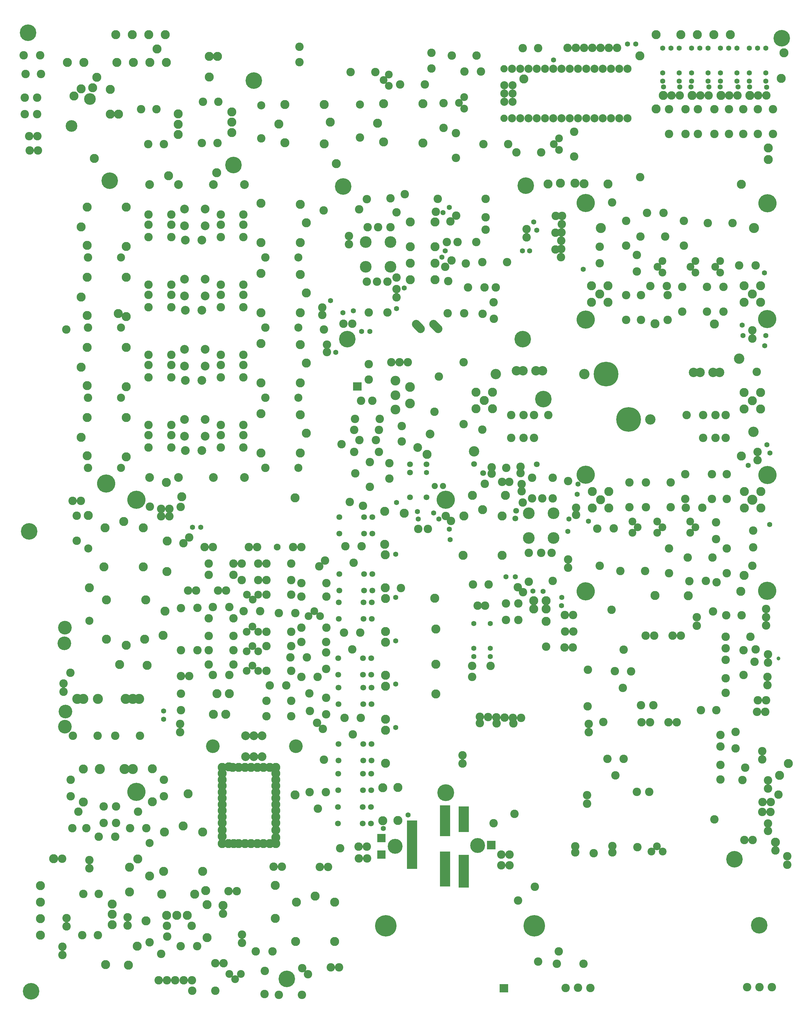
<source format=gbr>
%FSLAX34Y34*%
%MOMM*%
%LNSOLDERMASK_TOP*%
G71*
G01*
%ADD10C,2.600*%
%ADD11C,2.400*%
%ADD12C,2.800*%
%ADD13C,2.600*%
%ADD14C,5.100*%
%ADD15C,1.600*%
%ADD16C,3.100*%
%ADD17C,7.600*%
%ADD18C,3.200*%
%ADD19C,2.900*%
%ADD20C,2.600*%
%ADD21C,2.600*%
%ADD22C,2.400*%
%ADD23C,2.600*%
%ADD24C,3.600*%
%ADD25C,2.800*%
%ADD26C,3.000*%
%ADD27C,1.800*%
%ADD28C,1.600*%
%ADD29C,2.700*%
%ADD30C,2.700*%
%ADD31C,2.500*%
%ADD32C,2.800*%
%ADD33C,4.200*%
%ADD34C,2.700*%
%ADD35C,2.800*%
%ADD36C,2.100*%
%ADD37C,1.600*%
%ADD38C,6.600*%
%ADD39C,4.200*%
%ADD40C,4.600*%
%ADD41C,5.600*%
%ADD42C,1.900*%
%ADD43C,2.500*%
%ADD44C,2.250*%
%ADD45C,5.200*%
%ADD46C,1.200*%
%LPD*%
X850845Y1998771D02*
G54D10*
D03*
X850895Y2075021D02*
G54D10*
D03*
X769851Y1995371D02*
G54D10*
D03*
X769964Y1944390D02*
G54D10*
D03*
X884151Y1969971D02*
G54D10*
D03*
X884263Y1918990D02*
G54D10*
D03*
X850861Y1770171D02*
G54D10*
D03*
X850911Y1846421D02*
G54D10*
D03*
X971582Y2026785D02*
G54D10*
D03*
X895332Y2026835D02*
G54D10*
D03*
X896541Y1846421D02*
G54D10*
D03*
X896491Y1770171D02*
G54D10*
D03*
X1028644Y1998770D02*
G54D10*
D03*
X1028694Y2075020D02*
G54D10*
D03*
X925976Y1874255D02*
G54D10*
D03*
X1023541Y1871821D02*
G54D10*
D03*
X1023491Y1795571D02*
G54D10*
D03*
X1099740Y1871821D02*
G54D10*
D03*
X1099690Y1795571D02*
G54D10*
D03*
X1150540Y1871821D02*
G54D10*
D03*
X1150490Y1795571D02*
G54D10*
D03*
X1250012Y1937866D02*
G54D10*
D03*
X1199032Y1937753D02*
G54D10*
D03*
X1178558Y2068589D02*
G54D10*
D03*
X1102308Y2068639D02*
G54D10*
D03*
X963216Y1951196D02*
G54D11*
D03*
X947316Y1933621D02*
G54D11*
D03*
X963250Y1916005D02*
G54D11*
D03*
X1064816Y1951196D02*
G54D11*
D03*
X1048916Y1933621D02*
G54D11*
D03*
X1064850Y1916005D02*
G54D11*
D03*
X1141016Y1951196D02*
G54D11*
D03*
X1125116Y1933621D02*
G54D11*
D03*
X1141050Y1916005D02*
G54D11*
D03*
X744116Y1875096D02*
G54D12*
D03*
X794916Y1875096D02*
G54D12*
D03*
X769516Y1849696D02*
G54D12*
D03*
X794916Y1824296D02*
G54D12*
D03*
X744116Y1824296D02*
G54D12*
D03*
X1214016Y1875096D02*
G54D12*
D03*
X1264816Y1875096D02*
G54D12*
D03*
X1239416Y1849696D02*
G54D12*
D03*
X1264816Y1824296D02*
G54D12*
D03*
X1214016Y1824296D02*
G54D12*
D03*
X915542Y2099405D02*
G54D10*
D03*
X966522Y2099518D02*
G54D10*
D03*
X850861Y1770171D02*
G54D13*
D03*
X726440Y2129790D02*
G54D14*
D03*
X976776Y1874255D02*
G54D10*
D03*
X979091Y1846421D02*
G54D10*
D03*
X979041Y1770171D02*
G54D10*
D03*
X808091Y2131571D02*
G54D10*
D03*
X719316Y1925796D02*
G54D15*
D03*
X896491Y1770171D02*
G54D13*
D03*
X979041Y1770171D02*
G54D13*
D03*
X1023491Y1795571D02*
G54D13*
D03*
X1099690Y1795571D02*
G54D13*
D03*
X1286272Y2128996D02*
G54D14*
D03*
X726440Y1771014D02*
G54D14*
D03*
X1285636Y1772602D02*
G54D14*
D03*
X776466Y2052796D02*
G54D15*
D03*
X773290Y2052796D02*
G54D16*
D03*
X1245015Y2052796D02*
G54D16*
D03*
X859066Y1463555D02*
G54D17*
D03*
X789216Y1603256D02*
G54D17*
D03*
X722541Y1603255D02*
G54D18*
D03*
X925741Y1463555D02*
G54D18*
D03*
X513666Y1613355D02*
G54D19*
D03*
X593666Y1613355D02*
G54D20*
D03*
X1058666Y1608355D02*
G54D20*
D03*
X1138666Y1608355D02*
G54D20*
D03*
X593666Y1613355D02*
G54D19*
D03*
X1058666Y1608355D02*
G54D19*
D03*
X1138666Y1608355D02*
G54D12*
D03*
X533666Y1613355D02*
G54D19*
D03*
X573666Y1613355D02*
G54D19*
D03*
X1078666Y1608356D02*
G54D19*
D03*
X1118666Y1608355D02*
G54D19*
D03*
X389241Y1497025D02*
G54D12*
D03*
X389241Y1547825D02*
G54D12*
D03*
X414641Y1522425D02*
G54D12*
D03*
X440041Y1547826D02*
G54D12*
D03*
X440041Y1497025D02*
G54D12*
D03*
X389241Y1495755D02*
G54D21*
D03*
X440041Y1495755D02*
G54D13*
D03*
X1214741Y1495755D02*
G54D12*
D03*
X1214741Y1546555D02*
G54D12*
D03*
X1240141Y1521155D02*
G54D12*
D03*
X1265541Y1546555D02*
G54D12*
D03*
X1265541Y1495755D02*
G54D12*
D03*
X1214741Y1495755D02*
G54D21*
D03*
X1265541Y1495755D02*
G54D13*
D03*
X1088198Y1407118D02*
G54D10*
D03*
X1088198Y1476968D02*
G54D10*
D03*
X1158048Y1407118D02*
G54D10*
D03*
X1158048Y1476968D02*
G54D10*
D03*
X1126298Y1476968D02*
G54D10*
D03*
X1126298Y1407118D02*
G54D10*
D03*
X1158049Y1407118D02*
G54D13*
D03*
X1158049Y1476968D02*
G54D13*
D03*
X497648Y1407118D02*
G54D10*
D03*
X497648Y1476968D02*
G54D10*
D03*
X567498Y1407118D02*
G54D10*
D03*
X567498Y1476968D02*
G54D10*
D03*
X535748Y1476968D02*
G54D10*
D03*
X535748Y1407118D02*
G54D10*
D03*
X567499Y1407118D02*
G54D13*
D03*
X567499Y1476968D02*
G54D13*
D03*
X1138666Y1608355D02*
G54D19*
D03*
X611949Y1476968D02*
G54D21*
D03*
X1037399Y1476968D02*
G54D21*
D03*
X1252941Y1610080D02*
G54D21*
D03*
X408391Y1432280D02*
G54D21*
D03*
X389241Y1546555D02*
G54D13*
D03*
X440041Y1546556D02*
G54D13*
D03*
X1214741Y1546555D02*
G54D13*
D03*
X1265541Y1546555D02*
G54D13*
D03*
X1265541Y1495755D02*
G54D13*
D03*
X726440Y1293177D02*
G54D14*
D03*
X1286272Y1292384D02*
G54D14*
D03*
X726440Y934402D02*
G54D14*
D03*
X1285636Y935990D02*
G54D14*
D03*
X1240015Y1216184D02*
G54D16*
D03*
X49416Y1933256D02*
G54D22*
D03*
X125616Y1933256D02*
G54D22*
D03*
X125616Y2009456D02*
G54D22*
D03*
X49416Y2009456D02*
G54D22*
D03*
X125528Y2144479D02*
G54D10*
D03*
X125528Y2055579D02*
G54D10*
D03*
X87428Y2055579D02*
G54D10*
D03*
X55678Y2055579D02*
G54D10*
D03*
X115884Y1792689D02*
G54D10*
D03*
X52385Y1887939D02*
G54D10*
D03*
X84134Y1887939D02*
G54D10*
D03*
X115884Y1887939D02*
G54D10*
D03*
X144367Y1900228D02*
G54D10*
D03*
X52384Y2141939D02*
G54D10*
D03*
X169978Y2157179D02*
G54D10*
D03*
X332406Y2009490D02*
G54D10*
D03*
X389556Y2009490D02*
G54D10*
D03*
X418256Y2085690D02*
G54D10*
D03*
X418256Y2142840D02*
G54D10*
D03*
X357206Y1943866D02*
G54D10*
D03*
X303254Y1889984D02*
G54D10*
D03*
X357206Y1943866D02*
G54D13*
D03*
X484982Y1947918D02*
G54D10*
D03*
X408732Y1947968D02*
G54D10*
D03*
X484982Y1947918D02*
G54D13*
D03*
X364156Y1869790D02*
G54D10*
D03*
X414956Y1869790D02*
G54D10*
D03*
X414956Y1869790D02*
G54D10*
D03*
X443563Y1773684D02*
G54D10*
D03*
X443451Y1824664D02*
G54D10*
D03*
X443563Y1773684D02*
G54D10*
D03*
X418256Y2047590D02*
G54D10*
D03*
X450006Y1869790D02*
G54D10*
D03*
X299386Y2009490D02*
G54D10*
D03*
X310306Y2072990D02*
G54D10*
D03*
X186610Y2071494D02*
G54D12*
D03*
X262810Y2071494D02*
G54D12*
D03*
X186610Y1995294D02*
G54D12*
D03*
X186610Y1944494D02*
G54D12*
D03*
X186610Y1893694D02*
G54D12*
D03*
X262810Y1995294D02*
G54D12*
D03*
X262810Y1944494D02*
G54D12*
D03*
X262810Y1893694D02*
G54D12*
D03*
X262810Y2071494D02*
G54D10*
D03*
X409061Y1788691D02*
G54D10*
D03*
X352841Y1790936D02*
G54D10*
D03*
X352841Y1790936D02*
G54D10*
D03*
X302041Y1790936D02*
G54D10*
D03*
G54D23*
X272225Y1743214D02*
X258083Y1757356D01*
G54D23*
X218250Y1743214D02*
X204108Y1757356D01*
X-1984Y2028190D02*
G54D21*
D03*
X-1984Y2002790D02*
G54D21*
D03*
X271066Y2142490D02*
G54D21*
D03*
X49416Y2009456D02*
G54D24*
D03*
X49416Y1933256D02*
G54D24*
D03*
X125616Y1933256D02*
G54D24*
D03*
X125616Y2009456D02*
G54D24*
D03*
X627894Y1175054D02*
G54D22*
D03*
X551694Y1175054D02*
G54D22*
D03*
X551694Y1098854D02*
G54D22*
D03*
X627894Y1098854D02*
G54D22*
D03*
X551782Y963831D02*
G54D10*
D03*
X551782Y1052731D02*
G54D10*
D03*
X589882Y1052731D02*
G54D10*
D03*
X621632Y1052731D02*
G54D10*
D03*
X624926Y1283871D02*
G54D10*
D03*
X561426Y1283871D02*
G54D10*
D03*
X624925Y1220371D02*
G54D10*
D03*
X593176Y1220371D02*
G54D10*
D03*
X561426Y1220371D02*
G54D10*
D03*
X532943Y1208082D02*
G54D10*
D03*
X624926Y966371D02*
G54D10*
D03*
X672944Y1007095D02*
G54D21*
D03*
X672944Y1032495D02*
G54D21*
D03*
X672944Y1273795D02*
G54D21*
D03*
X627894Y1098854D02*
G54D24*
D03*
X627894Y1175054D02*
G54D24*
D03*
X551694Y1175054D02*
G54D24*
D03*
X551694Y1098854D02*
G54D24*
D03*
X348686Y1045473D02*
G54D12*
D03*
X351860Y1166123D02*
G54D12*
D03*
X469336Y1045473D02*
G54D12*
D03*
X469336Y1166123D02*
G54D12*
D03*
X409011Y1185586D02*
G54D12*
D03*
X351860Y1166123D02*
G54D25*
D03*
X377707Y1229704D02*
G54D12*
D03*
X479307Y1229704D02*
G54D12*
D03*
X566607Y905564D02*
G54D12*
D03*
X566607Y880164D02*
G54D12*
D03*
X604707Y880164D02*
G54D12*
D03*
X604707Y842064D02*
G54D12*
D03*
X519202Y897558D02*
G54D10*
D03*
X519315Y846578D02*
G54D10*
D03*
X519202Y897558D02*
G54D10*
D03*
X519314Y846577D02*
G54D10*
D03*
X481102Y897558D02*
G54D10*
D03*
X481214Y846578D02*
G54D10*
D03*
X481102Y897558D02*
G54D10*
D03*
X481214Y846577D02*
G54D10*
D03*
X604707Y905564D02*
G54D12*
D03*
X415674Y1265514D02*
G54D10*
D03*
X377707Y1229704D02*
G54D12*
D03*
X185665Y1564003D02*
G54D26*
D03*
X185665Y1513203D02*
G54D26*
D03*
X141215Y1538604D02*
G54D26*
D03*
X141215Y1494153D02*
G54D26*
D03*
X141215Y1583053D02*
G54D26*
D03*
X153915Y1640203D02*
G54D10*
D03*
X128515Y1640203D02*
G54D10*
D03*
X179315Y1640203D02*
G54D10*
D03*
X92830Y1465578D02*
G54D10*
D03*
X16580Y1465628D02*
G54D10*
D03*
X13888Y1431318D02*
G54D10*
D03*
X90138Y1431268D02*
G54D10*
D03*
X29822Y1399842D02*
G54D10*
D03*
X80802Y1399954D02*
G54D10*
D03*
X58665Y1633941D02*
G54D10*
D03*
X58665Y1586141D02*
G54D10*
D03*
X62275Y1332316D02*
G54D10*
D03*
X62225Y1256066D02*
G54D10*
D03*
X122165Y1281254D02*
G54D10*
D03*
X122165Y1329053D02*
G54D10*
D03*
X34721Y1521097D02*
G54D10*
D03*
X69821Y1521098D02*
G54D10*
D03*
X160265Y1395553D02*
G54D10*
D03*
X160265Y1443354D02*
G54D10*
D03*
X13943Y1363671D02*
G54D10*
D03*
X90193Y1363621D02*
G54D10*
D03*
X261140Y1487248D02*
G54D10*
D03*
X13888Y1431318D02*
G54D10*
D03*
X13943Y1363671D02*
G54D10*
D03*
X122165Y1281254D02*
G54D10*
D03*
X62225Y1256066D02*
G54D10*
D03*
G36*
X36615Y1578273D02*
X36615Y1552273D01*
X10615Y1552273D01*
X10615Y1578273D01*
X36615Y1578273D01*
G37*
X236465Y1325792D02*
G54D27*
D03*
X236465Y1300392D02*
G54D28*
D03*
X185665Y1325791D02*
G54D28*
D03*
X185665Y1300391D02*
G54D27*
D03*
X236465Y1224191D02*
G54D28*
D03*
X185665Y1224191D02*
G54D28*
D03*
X238497Y1356557D02*
G54D12*
D03*
X240661Y1126583D02*
G54D21*
D03*
X185665Y1325791D02*
G54D27*
D03*
X236465Y1224191D02*
G54D27*
D03*
X185665Y1224191D02*
G54D27*
D03*
X1286216Y645733D02*
G54D10*
D03*
X1286216Y671233D02*
G54D10*
D03*
X-549326Y1377104D02*
G54D10*
D03*
X-619176Y1377104D02*
G54D10*
D03*
X-549326Y1446954D02*
G54D10*
D03*
X-619176Y1446954D02*
G54D10*
D03*
X-619176Y1415204D02*
G54D10*
D03*
X-549326Y1415204D02*
G54D10*
D03*
X-505918Y1368333D02*
G54D29*
D03*
X-454936Y1368445D02*
G54D29*
D03*
X-327076Y1377104D02*
G54D10*
D03*
X-396926Y1377104D02*
G54D10*
D03*
X-327076Y1446954D02*
G54D10*
D03*
X-396926Y1446954D02*
G54D10*
D03*
X-396926Y1415204D02*
G54D10*
D03*
X-327076Y1415204D02*
G54D10*
D03*
X-444853Y1412431D02*
G54D10*
D03*
X-444966Y1463411D02*
G54D10*
D03*
X-508353Y1412431D02*
G54D10*
D03*
X-508466Y1463411D02*
G54D10*
D03*
X-327076Y1446954D02*
G54D13*
D03*
X-396926Y1446954D02*
G54D13*
D03*
X-444966Y1463412D02*
G54D30*
D03*
X-508466Y1463412D02*
G54D13*
D03*
X-549326Y1446954D02*
G54D13*
D03*
X-619176Y1446954D02*
G54D13*
D03*
X-508353Y1412431D02*
G54D29*
D03*
X-508466Y1463411D02*
G54D29*
D03*
X-444966Y1463411D02*
G54D29*
D03*
X-444853Y1412431D02*
G54D29*
D03*
X-272863Y1481396D02*
G54D12*
D03*
X-152213Y1478222D02*
G54D12*
D03*
X-272863Y1360746D02*
G54D12*
D03*
X-152213Y1360746D02*
G54D12*
D03*
X-133400Y1421071D02*
G54D12*
D03*
X-259356Y1314466D02*
G54D31*
D03*
X-157756Y1314467D02*
G54D31*
D03*
X-152213Y1478222D02*
G54D12*
D03*
X-687858Y1348658D02*
G54D12*
D03*
X-808508Y1351832D02*
G54D12*
D03*
X-687858Y1469308D02*
G54D12*
D03*
X-808508Y1469308D02*
G54D12*
D03*
X-827320Y1408983D02*
G54D12*
D03*
X-808507Y1351832D02*
G54D12*
D03*
X-808508Y1469308D02*
G54D12*
D03*
X-805456Y1314466D02*
G54D31*
D03*
X-703856Y1314467D02*
G54D31*
D03*
X-259356Y1314466D02*
G54D10*
D03*
X-805456Y1314466D02*
G54D10*
D03*
X-549326Y1593004D02*
G54D10*
D03*
X-619176Y1593004D02*
G54D10*
D03*
X-549326Y1662854D02*
G54D10*
D03*
X-619176Y1662854D02*
G54D10*
D03*
X-619176Y1631104D02*
G54D10*
D03*
X-549326Y1631104D02*
G54D10*
D03*
X-505918Y1584233D02*
G54D29*
D03*
X-454936Y1584345D02*
G54D29*
D03*
X-327076Y1593004D02*
G54D10*
D03*
X-396926Y1593004D02*
G54D10*
D03*
X-327076Y1662854D02*
G54D10*
D03*
X-396926Y1662854D02*
G54D10*
D03*
X-396926Y1631104D02*
G54D10*
D03*
X-327076Y1631104D02*
G54D10*
D03*
X-444853Y1628331D02*
G54D10*
D03*
X-444966Y1679312D02*
G54D10*
D03*
X-508353Y1628331D02*
G54D10*
D03*
X-508466Y1679311D02*
G54D10*
D03*
X-327076Y1662854D02*
G54D13*
D03*
X-396926Y1662854D02*
G54D13*
D03*
X-444966Y1679312D02*
G54D30*
D03*
X-508466Y1679312D02*
G54D13*
D03*
X-549326Y1662854D02*
G54D13*
D03*
X-619176Y1662854D02*
G54D13*
D03*
X-508353Y1628331D02*
G54D29*
D03*
X-508466Y1679311D02*
G54D29*
D03*
X-444966Y1679312D02*
G54D29*
D03*
X-444853Y1628331D02*
G54D29*
D03*
X-272863Y1697296D02*
G54D12*
D03*
X-152213Y1694122D02*
G54D12*
D03*
X-272863Y1576646D02*
G54D12*
D03*
X-152213Y1576646D02*
G54D12*
D03*
X-133400Y1636971D02*
G54D12*
D03*
X-259356Y1530366D02*
G54D31*
D03*
X-157756Y1530367D02*
G54D31*
D03*
X-152213Y1694122D02*
G54D12*
D03*
X-687858Y1564558D02*
G54D12*
D03*
X-808508Y1567732D02*
G54D12*
D03*
X-687858Y1685208D02*
G54D12*
D03*
X-808508Y1685208D02*
G54D12*
D03*
X-827320Y1624883D02*
G54D12*
D03*
X-808507Y1567731D02*
G54D12*
D03*
X-808508Y1685208D02*
G54D12*
D03*
X-805456Y1530366D02*
G54D31*
D03*
X-703856Y1530367D02*
G54D31*
D03*
X-259356Y1530366D02*
G54D10*
D03*
X-805456Y1530366D02*
G54D10*
D03*
X-549326Y1808904D02*
G54D10*
D03*
X-619176Y1808904D02*
G54D10*
D03*
X-549326Y1878754D02*
G54D10*
D03*
X-619176Y1878754D02*
G54D10*
D03*
X-619176Y1847004D02*
G54D10*
D03*
X-549326Y1847004D02*
G54D10*
D03*
X-505918Y1800133D02*
G54D29*
D03*
X-454936Y1800245D02*
G54D29*
D03*
X-327076Y1808904D02*
G54D10*
D03*
X-396926Y1808904D02*
G54D10*
D03*
X-327076Y1878754D02*
G54D10*
D03*
X-396926Y1878754D02*
G54D10*
D03*
X-396926Y1847004D02*
G54D10*
D03*
X-327076Y1847004D02*
G54D10*
D03*
X-444853Y1844231D02*
G54D10*
D03*
X-444966Y1895212D02*
G54D10*
D03*
X-508353Y1844231D02*
G54D10*
D03*
X-508466Y1895212D02*
G54D10*
D03*
X-327076Y1878754D02*
G54D13*
D03*
X-396926Y1878754D02*
G54D13*
D03*
X-444966Y1895212D02*
G54D30*
D03*
X-508466Y1895212D02*
G54D13*
D03*
X-549326Y1878754D02*
G54D13*
D03*
X-619176Y1878754D02*
G54D13*
D03*
X-508353Y1844231D02*
G54D29*
D03*
X-508466Y1895212D02*
G54D29*
D03*
X-444966Y1895212D02*
G54D29*
D03*
X-444853Y1844231D02*
G54D29*
D03*
X-272863Y1913196D02*
G54D12*
D03*
X-152213Y1910022D02*
G54D12*
D03*
X-272863Y1792546D02*
G54D12*
D03*
X-152213Y1792546D02*
G54D12*
D03*
X-133400Y1852871D02*
G54D12*
D03*
X-259356Y1746266D02*
G54D31*
D03*
X-157756Y1746266D02*
G54D31*
D03*
X-152213Y1910022D02*
G54D12*
D03*
X-687858Y1780458D02*
G54D12*
D03*
X-808508Y1783632D02*
G54D12*
D03*
X-687858Y1901108D02*
G54D12*
D03*
X-808508Y1901108D02*
G54D12*
D03*
X-827320Y1840783D02*
G54D12*
D03*
X-808507Y1783632D02*
G54D12*
D03*
X-808508Y1901108D02*
G54D12*
D03*
X-805456Y1746266D02*
G54D31*
D03*
X-703856Y1746266D02*
G54D31*
D03*
X-259356Y1746266D02*
G54D10*
D03*
X-805456Y1746266D02*
G54D10*
D03*
X-549326Y2024804D02*
G54D10*
D03*
X-619176Y2024804D02*
G54D10*
D03*
X-549326Y2094654D02*
G54D10*
D03*
X-619176Y2094654D02*
G54D10*
D03*
X-619176Y2062904D02*
G54D10*
D03*
X-549326Y2062904D02*
G54D10*
D03*
X-505918Y2016033D02*
G54D29*
D03*
X-454936Y2016145D02*
G54D29*
D03*
X-327076Y2024804D02*
G54D10*
D03*
X-396926Y2024804D02*
G54D10*
D03*
X-327076Y2094654D02*
G54D10*
D03*
X-396926Y2094654D02*
G54D10*
D03*
X-396926Y2062904D02*
G54D10*
D03*
X-327076Y2062904D02*
G54D10*
D03*
X-444853Y2060131D02*
G54D10*
D03*
X-444966Y2111112D02*
G54D10*
D03*
X-508353Y2060131D02*
G54D10*
D03*
X-508466Y2111111D02*
G54D10*
D03*
X-327076Y2094654D02*
G54D13*
D03*
X-396926Y2094654D02*
G54D13*
D03*
X-444966Y2111112D02*
G54D30*
D03*
X-508466Y2111112D02*
G54D13*
D03*
X-549326Y2094654D02*
G54D13*
D03*
X-619176Y2094654D02*
G54D13*
D03*
X-508353Y2060131D02*
G54D29*
D03*
X-508466Y2111111D02*
G54D29*
D03*
X-444966Y2111111D02*
G54D29*
D03*
X-444853Y2060131D02*
G54D29*
D03*
X-272863Y2129096D02*
G54D12*
D03*
X-152213Y2125922D02*
G54D12*
D03*
X-272863Y2008446D02*
G54D12*
D03*
X-152213Y2008446D02*
G54D12*
D03*
X-133400Y2068771D02*
G54D12*
D03*
X-259356Y1962166D02*
G54D31*
D03*
X-157756Y1962166D02*
G54D31*
D03*
X-152213Y2125922D02*
G54D12*
D03*
X-687858Y1996358D02*
G54D12*
D03*
X-808508Y1999532D02*
G54D12*
D03*
X-687858Y2117008D02*
G54D12*
D03*
X-808508Y2117008D02*
G54D12*
D03*
X-827320Y2056683D02*
G54D12*
D03*
X-808507Y1999532D02*
G54D12*
D03*
X-808508Y2117008D02*
G54D12*
D03*
X-805456Y1962166D02*
G54D31*
D03*
X-703856Y1962166D02*
G54D31*
D03*
X-259356Y1962166D02*
G54D10*
D03*
X-805456Y1962166D02*
G54D10*
D03*
X-324202Y1285431D02*
G54D29*
D03*
X-324202Y1285431D02*
G54D29*
D03*
X-419452Y1285431D02*
G54D29*
D03*
X-419452Y1285431D02*
G54D29*
D03*
X-527402Y1285431D02*
G54D29*
D03*
X-527402Y1285431D02*
G54D29*
D03*
X-616302Y1285431D02*
G54D29*
D03*
X-616302Y1285431D02*
G54D29*
D03*
X-324202Y2187131D02*
G54D29*
D03*
X-324202Y2187131D02*
G54D29*
D03*
X-419452Y2187131D02*
G54D29*
D03*
X-419452Y2187131D02*
G54D29*
D03*
X-527402Y2187131D02*
G54D29*
D03*
X-527402Y2187131D02*
G54D29*
D03*
X-616302Y2187131D02*
G54D29*
D03*
X-616302Y2187131D02*
G54D29*
D03*
X-872938Y1740601D02*
G54D21*
D03*
X-79188Y1740601D02*
G54D21*
D03*
X532764Y1710690D02*
G54D14*
D03*
X542290Y2183764D02*
G54D14*
D03*
X542289Y2183765D02*
G54D14*
D03*
X-6986Y1710690D02*
G54D14*
D03*
X-19686Y2180590D02*
G54D14*
D03*
X-628039Y907915D02*
G54D12*
D03*
X-631213Y787265D02*
G54D12*
D03*
X-748688Y907915D02*
G54D12*
D03*
X-748688Y787265D02*
G54D12*
D03*
X-688364Y768452D02*
G54D12*
D03*
X-756238Y1009784D02*
G54D12*
D03*
X-753064Y1130434D02*
G54D12*
D03*
X-635588Y1009784D02*
G54D12*
D03*
X-635589Y1130434D02*
G54D12*
D03*
X-695914Y1149722D02*
G54D12*
D03*
X-801318Y945208D02*
G54D31*
D03*
X-801318Y843608D02*
G54D31*
D03*
X-801318Y945208D02*
G54D10*
D03*
X-801318Y945208D02*
G54D12*
D03*
X-805116Y1168404D02*
G54D31*
D03*
X-805116Y1066803D02*
G54D31*
D03*
X-805116Y1168404D02*
G54D10*
D03*
X-805116Y1168404D02*
G54D12*
D03*
X-631213Y787265D02*
G54D12*
D03*
X-635589Y1130434D02*
G54D12*
D03*
X-753064Y1130434D02*
G54D12*
D03*
X-635589Y1130434D02*
G54D12*
D03*
X-656828Y1216184D02*
G54D14*
D03*
X295672Y1216184D02*
G54D14*
D03*
X-656828Y317659D02*
G54D14*
D03*
X295672Y314484D02*
G54D14*
D03*
X379727Y955864D02*
G54D10*
D03*
X427527Y955864D02*
G54D10*
D03*
X379727Y955865D02*
G54D10*
D03*
X1288323Y740274D02*
G54D21*
D03*
X1288324Y714874D02*
G54D21*
D03*
X1288323Y352924D02*
G54D21*
D03*
X1288324Y327524D02*
G54D21*
D03*
X1257139Y599024D02*
G54D21*
D03*
X1282539Y599024D02*
G54D21*
D03*
X261705Y913683D02*
G54D32*
D03*
X264880Y818433D02*
G54D32*
D03*
X264880Y710483D02*
G54D32*
D03*
X264880Y618408D02*
G54D32*
D03*
X-165690Y457945D02*
G54D33*
D03*
X-421390Y457845D02*
G54D33*
D03*
X-320664Y489770D02*
G54D34*
D03*
X-295290Y489645D02*
G54D34*
D03*
X-269846Y489670D02*
G54D34*
D03*
X-72584Y556029D02*
G54D10*
D03*
X-72759Y607021D02*
G54D10*
D03*
X-370514Y619895D02*
G54D35*
D03*
X-419914Y555795D02*
G54D35*
D03*
X-381914Y555795D02*
G54D35*
D03*
X-408614Y619895D02*
G54D35*
D03*
X-519790Y569045D02*
G54D10*
D03*
X-519914Y619962D02*
G54D10*
D03*
X-256264Y597620D02*
G54D10*
D03*
X-180014Y597570D02*
G54D10*
D03*
X-522364Y500920D02*
G54D10*
D03*
X-522364Y526420D02*
G54D10*
D03*
X-256264Y549995D02*
G54D10*
D03*
X-180015Y549945D02*
G54D10*
D03*
X-281664Y969095D02*
G54D10*
D03*
X-332581Y968970D02*
G54D10*
D03*
X-316590Y924645D02*
G54D11*
D03*
X-299014Y908745D02*
G54D11*
D03*
X-281398Y924680D02*
G54D11*
D03*
X-310240Y1070695D02*
G54D10*
D03*
X-284814Y1070745D02*
G54D10*
D03*
X-256264Y924645D02*
G54D10*
D03*
X-180090Y924645D02*
G54D10*
D03*
X-434064Y984970D02*
G54D10*
D03*
X-357814Y984920D02*
G54D10*
D03*
X-275314Y873845D02*
G54D10*
D03*
X-326231Y873720D02*
G54D10*
D03*
X-281664Y810345D02*
G54D11*
D03*
X-299264Y826245D02*
G54D11*
D03*
X-316856Y810310D02*
G54D11*
D03*
X-281290Y749945D02*
G54D11*
D03*
X-299264Y765920D02*
G54D11*
D03*
X-316856Y749985D02*
G54D11*
D03*
X-256264Y810345D02*
G54D10*
D03*
X-180090Y810345D02*
G54D10*
D03*
X-281665Y689645D02*
G54D11*
D03*
X-299264Y705595D02*
G54D11*
D03*
X-316856Y689660D02*
G54D11*
D03*
X-434064Y753195D02*
G54D10*
D03*
X-357814Y753145D02*
G54D10*
D03*
X-433856Y709016D02*
G54D10*
D03*
X-357606Y708966D02*
G54D10*
D03*
X-256264Y689695D02*
G54D10*
D03*
X-179990Y689645D02*
G54D10*
D03*
X-194944Y644905D02*
G54D10*
D03*
X-245860Y644780D02*
G54D10*
D03*
X-256264Y765895D02*
G54D10*
D03*
X-180014Y765845D02*
G54D10*
D03*
X-98989Y671045D02*
G54D21*
D03*
X-123973Y620113D02*
G54D21*
D03*
X-148872Y671160D02*
G54D21*
D03*
X-91164Y857970D02*
G54D11*
D03*
X-108965Y873770D02*
G54D11*
D03*
X-126355Y857935D02*
G54D11*
D03*
X-446764Y1070695D02*
G54D10*
D03*
X-421190Y1070645D02*
G54D10*
D03*
X-148314Y959570D02*
G54D10*
D03*
X-72064Y959520D02*
G54D10*
D03*
X-148314Y918295D02*
G54D10*
D03*
X-72064Y918245D02*
G54D10*
D03*
X-167364Y867495D02*
G54D10*
D03*
X-218281Y867370D02*
G54D10*
D03*
X-148314Y823045D02*
G54D10*
D03*
X-72064Y822995D02*
G54D10*
D03*
X-72164Y696020D02*
G54D10*
D03*
X-72277Y747000D02*
G54D10*
D03*
X-72115Y778595D02*
G54D10*
D03*
X-148390Y778645D02*
G54D10*
D03*
X-497514Y937370D02*
G54D10*
D03*
X-472652Y937058D02*
G54D10*
D03*
X-468990Y753195D02*
G54D10*
D03*
X-519964Y753045D02*
G54D10*
D03*
X-434064Y797645D02*
G54D10*
D03*
X-357814Y797595D02*
G54D10*
D03*
X-370564Y676995D02*
G54D10*
D03*
X-421540Y676845D02*
G54D10*
D03*
X-493964Y673845D02*
G54D10*
D03*
X-519264Y674145D02*
G54D10*
D03*
X-468990Y883370D02*
G54D10*
D03*
X-519964Y883270D02*
G54D10*
D03*
X-148314Y1070695D02*
G54D10*
D03*
X-173790Y1070695D02*
G54D10*
D03*
X-434064Y851620D02*
G54D10*
D03*
X-357814Y851570D02*
G54D10*
D03*
X-370590Y886570D02*
G54D10*
D03*
X-421490Y886370D02*
G54D10*
D03*
X-405490Y937345D02*
G54D10*
D03*
X-380590Y937045D02*
G54D10*
D03*
X-256264Y969095D02*
G54D10*
D03*
X-180090Y969095D02*
G54D10*
D03*
X-256264Y1019895D02*
G54D10*
D03*
X-180090Y1019945D02*
G54D10*
D03*
X-434090Y1019945D02*
G54D10*
D03*
X-357889Y1019945D02*
G54D10*
D03*
X-281664Y1019895D02*
G54D10*
D03*
X-332581Y1019770D02*
G54D10*
D03*
X-223040Y1070695D02*
G54D36*
D03*
X-182964Y731280D02*
G54D10*
D03*
X-131984Y731392D02*
G54D10*
D03*
X-122865Y565820D02*
G54D10*
D03*
X-269790Y425345D02*
G54D34*
D03*
X-295090Y425545D02*
G54D34*
D03*
X-320577Y425476D02*
G54D34*
D03*
X67460Y414034D02*
G54D28*
D03*
X42060Y414034D02*
G54D28*
D03*
X67460Y464834D02*
G54D28*
D03*
X42060Y464834D02*
G54D28*
D03*
X-34140Y414034D02*
G54D27*
D03*
X-34140Y464834D02*
G54D28*
D03*
X110069Y405150D02*
G54D12*
D03*
X110069Y506750D02*
G54D12*
D03*
X148262Y331041D02*
G54D12*
D03*
X67460Y587468D02*
G54D28*
D03*
X42060Y587469D02*
G54D28*
D03*
X67460Y638268D02*
G54D28*
D03*
X42060Y638268D02*
G54D28*
D03*
X-34140Y587468D02*
G54D28*
D03*
X-34140Y638268D02*
G54D28*
D03*
X34360Y544839D02*
G54D21*
D03*
X9377Y493906D02*
G54D21*
D03*
X-15522Y544953D02*
G54D21*
D03*
X69842Y936719D02*
G54D28*
D03*
X44442Y936718D02*
G54D28*
D03*
X69842Y987518D02*
G54D28*
D03*
X44442Y987518D02*
G54D28*
D03*
X-31758Y936718D02*
G54D28*
D03*
X-31758Y987518D02*
G54D28*
D03*
X69842Y1112137D02*
G54D28*
D03*
X44442Y1112137D02*
G54D28*
D03*
X69842Y1162938D02*
G54D28*
D03*
X44442Y1162937D02*
G54D28*
D03*
X-31758Y1112138D02*
G54D28*
D03*
X-31758Y1162937D02*
G54D28*
D03*
X36742Y1073476D02*
G54D21*
D03*
X11758Y1022544D02*
G54D21*
D03*
X-13141Y1073590D02*
G54D21*
D03*
X32773Y807173D02*
G54D21*
D03*
X7790Y756241D02*
G54D21*
D03*
X-17110Y807288D02*
G54D21*
D03*
X68254Y850200D02*
G54D28*
D03*
X42854Y850200D02*
G54D28*
D03*
X68254Y901000D02*
G54D28*
D03*
X42854Y901000D02*
G54D28*
D03*
X-33346Y850200D02*
G54D28*
D03*
X-33346Y901000D02*
G54D28*
D03*
X66667Y677956D02*
G54D28*
D03*
X41267Y677956D02*
G54D28*
D03*
X66667Y728756D02*
G54D28*
D03*
X41267Y728756D02*
G54D28*
D03*
X-34933Y677956D02*
G54D28*
D03*
X-34933Y728756D02*
G54D28*
D03*
X110069Y540485D02*
G54D12*
D03*
X110069Y642085D02*
G54D12*
D03*
X110466Y676613D02*
G54D12*
D03*
X110466Y778213D02*
G54D12*
D03*
X110466Y811154D02*
G54D12*
D03*
X110466Y912754D02*
G54D12*
D03*
X109276Y945694D02*
G54D12*
D03*
X109276Y1047294D02*
G54D12*
D03*
X107688Y1079044D02*
G54D12*
D03*
X107688Y1180644D02*
G54D12*
D03*
X157961Y944488D02*
G54D21*
D03*
X-79370Y416644D02*
G54D21*
D03*
X-34140Y464834D02*
G54D27*
D03*
X42060Y414034D02*
G54D27*
D03*
X67460Y414034D02*
G54D27*
D03*
X42060Y464834D02*
G54D27*
D03*
X67460Y464834D02*
G54D27*
D03*
X-34140Y587468D02*
G54D27*
D03*
X-34140Y638268D02*
G54D27*
D03*
X42060Y587469D02*
G54D27*
D03*
X67460Y587468D02*
G54D27*
D03*
X67460Y638268D02*
G54D27*
D03*
X42061Y638268D02*
G54D27*
D03*
X41267Y677956D02*
G54D27*
D03*
X66667Y677956D02*
G54D27*
D03*
X66667Y728756D02*
G54D27*
D03*
X41267Y728756D02*
G54D27*
D03*
X-34933Y677956D02*
G54D27*
D03*
X-34933Y728756D02*
G54D27*
D03*
X-33346Y850200D02*
G54D27*
D03*
X42854Y850200D02*
G54D27*
D03*
X-33346Y901000D02*
G54D27*
D03*
X42854Y901000D02*
G54D27*
D03*
X68254Y901000D02*
G54D27*
D03*
X68254Y850200D02*
G54D27*
D03*
X-31758Y936718D02*
G54D27*
D03*
X-31758Y987518D02*
G54D27*
D03*
X44442Y936718D02*
G54D27*
D03*
X69842Y936719D02*
G54D27*
D03*
X69842Y987518D02*
G54D27*
D03*
X44442Y987519D02*
G54D27*
D03*
X-31758Y1112138D02*
G54D27*
D03*
X-31758Y1162937D02*
G54D27*
D03*
X44442Y1112137D02*
G54D27*
D03*
X69842Y1112137D02*
G54D27*
D03*
X69842Y1162938D02*
G54D27*
D03*
X44442Y1162937D02*
G54D27*
D03*
X32773Y807173D02*
G54D21*
D03*
X36742Y1073476D02*
G54D21*
D03*
X65476Y220361D02*
G54D28*
D03*
X40076Y220361D02*
G54D28*
D03*
X65476Y271161D02*
G54D28*
D03*
X40076Y271161D02*
G54D28*
D03*
X-36124Y220361D02*
G54D27*
D03*
X-36124Y271161D02*
G54D28*
D03*
X-36124Y271161D02*
G54D27*
D03*
X40076Y220361D02*
G54D27*
D03*
X65476Y220361D02*
G54D27*
D03*
X40076Y271161D02*
G54D27*
D03*
X65476Y271161D02*
G54D27*
D03*
X-73193Y316239D02*
G54D21*
D03*
X-98176Y265306D02*
G54D21*
D03*
X-123075Y316353D02*
G54D21*
D03*
X102224Y329850D02*
G54D12*
D03*
X102224Y228251D02*
G54D12*
D03*
X148262Y331041D02*
G54D12*
D03*
X148262Y229441D02*
G54D12*
D03*
X66270Y322755D02*
G54D28*
D03*
X40870Y322755D02*
G54D28*
D03*
X66270Y373555D02*
G54D28*
D03*
X40870Y373555D02*
G54D28*
D03*
X-35330Y322754D02*
G54D27*
D03*
X-35331Y373555D02*
G54D28*
D03*
X-35331Y373555D02*
G54D27*
D03*
X40870Y322755D02*
G54D27*
D03*
X66270Y322755D02*
G54D27*
D03*
X40869Y373555D02*
G54D27*
D03*
X66270Y373555D02*
G54D27*
D03*
X-168230Y1222677D02*
G54D32*
D03*
X-168230Y308277D02*
G54D32*
D03*
X-360595Y392983D02*
G54D12*
D03*
X-227245Y259633D02*
G54D12*
D03*
X-227245Y278683D02*
G54D12*
D03*
X-227245Y297733D02*
G54D12*
D03*
X-227245Y316783D02*
G54D12*
D03*
X-227245Y335833D02*
G54D12*
D03*
X-227245Y354883D02*
G54D12*
D03*
X-227245Y373933D02*
G54D12*
D03*
X-227245Y392983D02*
G54D12*
D03*
X-227245Y240583D02*
G54D12*
D03*
X-227245Y221533D02*
G54D12*
D03*
X-227245Y221533D02*
G54D12*
D03*
X-322495Y392983D02*
G54D12*
D03*
X-303445Y392983D02*
G54D12*
D03*
X-284395Y392983D02*
G54D12*
D03*
X-265345Y392983D02*
G54D12*
D03*
X-246295Y392983D02*
G54D12*
D03*
X-341545Y392983D02*
G54D12*
D03*
X-360595Y392983D02*
G54D12*
D03*
X-227245Y392983D02*
G54D12*
D03*
X-561930Y1089327D02*
G54D12*
D03*
X167686Y1174884D02*
G54D12*
D03*
X58734Y1792689D02*
G54D10*
D03*
X688714Y810635D02*
G54D10*
D03*
X663139Y810686D02*
G54D10*
D03*
X688085Y861482D02*
G54D10*
D03*
X662510Y861532D02*
G54D10*
D03*
X1281974Y879974D02*
G54D21*
D03*
X1281974Y854574D02*
G54D21*
D03*
X1281974Y829174D02*
G54D21*
D03*
X1288324Y197349D02*
G54D21*
D03*
X610818Y2188105D02*
G54D12*
D03*
X1206182Y2187936D02*
G54D12*
D03*
X1206182Y1351323D02*
G54D12*
D03*
X794968Y2188105D02*
G54D12*
D03*
X693368Y2191280D02*
G54D12*
D03*
X507732Y249648D02*
G54D10*
D03*
X648918Y2191280D02*
G54D12*
D03*
X-59107Y1829330D02*
G54D37*
D03*
X1118968Y872507D02*
G54D10*
D03*
X1207046Y861236D02*
G54D10*
D03*
X1159246Y861236D02*
G54D10*
D03*
X1288323Y219574D02*
G54D21*
D03*
X-840184Y1166971D02*
G54D10*
D03*
X-840234Y1090721D02*
G54D10*
D03*
X-840234Y1090721D02*
G54D13*
D03*
X-853119Y1213400D02*
G54D10*
D03*
X-827644Y1213400D02*
G54D10*
D03*
X8052Y1758716D02*
G54D10*
D03*
X-18935Y1758716D02*
G54D10*
D03*
X144578Y1865079D02*
G54D10*
D03*
X144578Y1839679D02*
G54D10*
D03*
X144578Y1804754D02*
G54D15*
D03*
X-20522Y1792054D02*
G54D15*
D03*
X544627Y2023830D02*
G54D10*
D03*
X544627Y2049229D02*
G54D10*
D03*
X566916Y2071846D02*
G54D15*
D03*
X1239952Y1738079D02*
G54D10*
D03*
X1239952Y1712679D02*
G54D10*
D03*
X1208266Y1754346D02*
G54D15*
D03*
X1255828Y1363429D02*
G54D10*
D03*
X1255828Y1338029D02*
G54D10*
D03*
X1284466Y1386046D02*
G54D15*
D03*
X697028Y1191979D02*
G54D10*
D03*
X697028Y1169754D02*
G54D10*
D03*
X700266Y1233646D02*
G54D15*
D03*
X674866Y1157446D02*
G54D15*
D03*
X311627Y1151172D02*
G54D10*
D03*
X295911Y1166888D02*
G54D10*
D03*
X306566Y1125696D02*
G54D15*
D03*
X274816Y1157446D02*
G54D15*
D03*
X533435Y931709D02*
G54D10*
D03*
X517720Y947424D02*
G54D10*
D03*
X509766Y979646D02*
G54D15*
D03*
X563740Y935196D02*
G54D15*
D03*
X11228Y1798404D02*
G54D15*
D03*
X576378Y2046054D02*
G54D15*
D03*
X531928Y1982554D02*
G54D15*
D03*
X554216Y1982946D02*
G54D15*
D03*
X1211378Y1722204D02*
G54D15*
D03*
X1281228Y1722204D02*
G54D15*
D03*
X1278116Y1690846D02*
G54D15*
D03*
X1293928Y1360254D02*
G54D15*
D03*
X1227316Y1322546D02*
G54D15*
D03*
X36628Y1734904D02*
G54D15*
D03*
X62028Y1734904D02*
G54D15*
D03*
X703378Y1265004D02*
G54D15*
D03*
X671628Y1118954D02*
G54D15*
D03*
X481128Y979254D02*
G54D15*
D03*
X595428Y934804D02*
G54D15*
D03*
X258878Y1176104D02*
G54D15*
D03*
X309678Y1093554D02*
G54D15*
D03*
X211316Y1157446D02*
G54D15*
D03*
X208297Y1180267D02*
G54D15*
D03*
X652578Y890354D02*
G54D15*
D03*
X652640Y916146D02*
G54D15*
D03*
X-689900Y603088D02*
G54D16*
D03*
X-775625Y603088D02*
G54D16*
D03*
X-693075Y387188D02*
G54D16*
D03*
X-769275Y387188D02*
G54D16*
D03*
X-667675Y603088D02*
G54D16*
D03*
X-820075Y603088D02*
G54D16*
D03*
X-667675Y387188D02*
G54D16*
D03*
X-721797Y490385D02*
G54D10*
D03*
X-645547Y490336D02*
G54D10*
D03*
X-851972Y490385D02*
G54D10*
D03*
X-775722Y490336D02*
G54D10*
D03*
X-607971Y388022D02*
G54D12*
D03*
X-607971Y286422D02*
G54D12*
D03*
X-820075Y387188D02*
G54D12*
D03*
X-820075Y285588D02*
G54D12*
D03*
X-572065Y354971D02*
G54D10*
D03*
X-571953Y303990D02*
G54D10*
D03*
X-859402Y354971D02*
G54D10*
D03*
X-859290Y303990D02*
G54D10*
D03*
X-835685Y256745D02*
G54D21*
D03*
X-810786Y205698D02*
G54D21*
D03*
X-676519Y205813D02*
G54D21*
D03*
X-651535Y256745D02*
G54D21*
D03*
X-626636Y205698D02*
G54D21*
D03*
X-719702Y272420D02*
G54D10*
D03*
X-719590Y221440D02*
G54D10*
D03*
X-757802Y272420D02*
G54D10*
D03*
X-757690Y221440D02*
G54D10*
D03*
X-721747Y179185D02*
G54D10*
D03*
X-772547Y179185D02*
G54D10*
D03*
X-839125Y603088D02*
G54D16*
D03*
X-648625Y603088D02*
G54D16*
D03*
X-854319Y205813D02*
G54D21*
D03*
X-522364Y526420D02*
G54D10*
D03*
X-881139Y625539D02*
G54D10*
D03*
X-881140Y651039D02*
G54D10*
D03*
X-569072Y873402D02*
G54D12*
D03*
X111170Y-94948D02*
G54D12*
D03*
X568370Y-94948D02*
G54D38*
D03*
X-78556Y2312484D02*
G54D12*
D03*
X-199206Y2315657D02*
G54D12*
D03*
X-78556Y2433134D02*
G54D12*
D03*
X-199206Y2433134D02*
G54D12*
D03*
X-218018Y2372808D02*
G54D12*
D03*
X-199206Y2315657D02*
G54D12*
D03*
X-272634Y2431015D02*
G54D31*
D03*
X-272634Y2329415D02*
G54D10*
D03*
X-199206Y2315657D02*
G54D12*
D03*
X225470Y2314877D02*
G54D12*
D03*
X104820Y2318051D02*
G54D12*
D03*
X225470Y2435527D02*
G54D12*
D03*
X104820Y2435527D02*
G54D12*
D03*
X86008Y2375202D02*
G54D12*
D03*
X104820Y2318050D02*
G54D12*
D03*
X31392Y2433409D02*
G54D31*
D03*
X31392Y2331809D02*
G54D10*
D03*
X104820Y2318051D02*
G54D12*
D03*
X-786182Y2267480D02*
G54D12*
D03*
X-856834Y2367515D02*
G54D24*
D03*
X-357808Y2246712D02*
G54D14*
D03*
X-738808Y2198293D02*
G54D14*
D03*
X-749920Y1266430D02*
G54D14*
D03*
X-564521Y1269474D02*
G54D12*
D03*
X-557997Y2213469D02*
G54D12*
D03*
X-409199Y2223375D02*
G54D12*
D03*
X-563932Y-62970D02*
G54D12*
D03*
X-532182Y-62970D02*
G54D12*
D03*
X-500432Y-62970D02*
G54D12*
D03*
X-562996Y-95270D02*
G54D10*
D03*
X-486746Y-95320D02*
G54D10*
D03*
X-477084Y2157D02*
G54D12*
D03*
X-578684Y2157D02*
G54D12*
D03*
X-438984Y-131193D02*
G54D12*
D03*
X-438984Y-29593D02*
G54D12*
D03*
X-469543Y-157364D02*
G54D10*
D03*
X-520524Y-157477D02*
G54D10*
D03*
X-615792Y-146076D02*
G54D21*
D03*
X-562111Y-127728D02*
G54D21*
D03*
X-580600Y-181429D02*
G54D21*
D03*
X-443282Y13230D02*
G54D12*
D03*
X-520524Y-157477D02*
G54D21*
D03*
X-573247Y72696D02*
G54D12*
D03*
X-570073Y193346D02*
G54D12*
D03*
X-452597Y72697D02*
G54D12*
D03*
X-452597Y193346D02*
G54D12*
D03*
X-512922Y212159D02*
G54D12*
D03*
X-570074Y193346D02*
G54D12*
D03*
X-452597Y193346D02*
G54D12*
D03*
X-616434Y58116D02*
G54D31*
D03*
X-616434Y159715D02*
G54D31*
D03*
X741444Y-286167D02*
G54D10*
D03*
X665144Y-286168D02*
G54D10*
D03*
X703344Y-285373D02*
G54D10*
D03*
X111170Y-94948D02*
G54D38*
D03*
X1300244Y-283388D02*
G54D10*
D03*
X1223944Y-283389D02*
G54D10*
D03*
X1262144Y-283388D02*
G54D10*
D03*
X350765Y1449703D02*
G54D10*
D03*
X294202Y1933360D02*
G54D10*
D03*
X313820Y1952978D02*
G54D10*
D03*
X350765Y1640203D02*
G54D10*
D03*
X274565Y1595753D02*
G54D10*
D03*
X-25400Y1387475D02*
G54D10*
D03*
X0Y1209675D02*
G54D10*
D03*
X-572972Y541104D02*
G54D15*
D03*
X-572972Y566504D02*
G54D15*
D03*
X-512248Y1082460D02*
G54D10*
D03*
X-494217Y1100492D02*
G54D10*
D03*
X-484072Y1131654D02*
G54D15*
D03*
X-458672Y1131654D02*
G54D15*
D03*
X-166847Y-143204D02*
G54D12*
D03*
X-163673Y-22554D02*
G54D12*
D03*
X-46197Y-143203D02*
G54D12*
D03*
X-46197Y-22554D02*
G54D12*
D03*
X-106522Y-3741D02*
G54D12*
D03*
X-163674Y-22554D02*
G54D12*
D03*
X-46197Y-22554D02*
G54D12*
D03*
X-229407Y-72340D02*
G54D31*
D03*
X-229407Y29260D02*
G54D31*
D03*
X-684105Y-68749D02*
G54D10*
D03*
X-684105Y-94249D02*
G54D10*
D03*
X-876678Y822480D02*
G54D39*
D03*
X394097Y152559D02*
G54D40*
D03*
G36*
X366515Y250010D02*
X366515Y194010D01*
X335515Y194010D01*
X335515Y250010D01*
X366515Y250010D01*
G37*
G36*
X366515Y104359D02*
X366515Y48359D01*
X335515Y48359D01*
X335515Y104359D01*
X366515Y104359D01*
G37*
G36*
X309365Y236919D02*
X309365Y180919D01*
X278365Y180919D01*
X278365Y236919D01*
X309365Y236919D01*
G37*
G36*
X309365Y133727D02*
X309365Y77727D01*
X278365Y77727D01*
X278365Y133727D01*
X309365Y133727D01*
G37*
G36*
X207765Y229374D02*
X207765Y173374D01*
X176765Y173374D01*
X176765Y229374D01*
X207765Y229374D01*
G37*
G36*
X207765Y136109D02*
X207765Y80109D01*
X176765Y80109D01*
X176765Y136109D01*
X207765Y136109D01*
G37*
G36*
X309365Y275813D02*
X309365Y219813D01*
X278365Y219813D01*
X278365Y275813D01*
X309365Y275813D01*
G37*
G36*
X309365Y82131D02*
X309365Y26131D01*
X278365Y26131D01*
X278365Y82131D01*
X309365Y82131D01*
G37*
G36*
X207765Y180559D02*
X207765Y124559D01*
X176765Y124559D01*
X176765Y180559D01*
X207765Y180559D01*
G37*
G36*
X366515Y272633D02*
X366515Y216633D01*
X335515Y216633D01*
X335515Y272633D01*
X366515Y272633D01*
G37*
G36*
X366515Y78959D02*
X366515Y22959D01*
X335515Y22959D01*
X335515Y78959D01*
X366515Y78959D01*
G37*
X140097Y149384D02*
G54D40*
D03*
G36*
X84539Y188182D02*
X110539Y188182D01*
X110539Y162182D01*
X84539Y162182D01*
X84539Y188182D01*
G37*
G36*
X84539Y137382D02*
X110539Y137382D01*
X110539Y111382D01*
X84539Y111382D01*
X84539Y137382D01*
G37*
X-990203Y2654459D02*
G54D14*
D03*
X-294878Y2506821D02*
G54D14*
D03*
X1184672Y109696D02*
G54D14*
D03*
X-980678Y-296704D02*
G54D14*
D03*
X-193278Y-258604D02*
G54D14*
D03*
X-363129Y2410361D02*
G54D12*
D03*
X-363129Y2378611D02*
G54D12*
D03*
X-363129Y2346861D02*
G54D12*
D03*
X-454979Y2314256D02*
G54D10*
D03*
X-407179Y2314256D02*
G54D10*
D03*
X-451804Y2441256D02*
G54D10*
D03*
X-404004Y2441256D02*
G54D10*
D03*
X-528229Y2404011D02*
G54D12*
D03*
X-528229Y2372261D02*
G54D12*
D03*
X-528229Y2340511D02*
G54D12*
D03*
X-620079Y2311081D02*
G54D10*
D03*
X-572279Y2311081D02*
G54D10*
D03*
X-642304Y2419030D02*
G54D10*
D03*
X-594504Y2419031D02*
G54D10*
D03*
X-731429Y-28039D02*
G54D12*
D03*
X-731429Y-59789D02*
G54D12*
D03*
X-731429Y-91539D02*
G54D12*
D03*
X-823279Y-124144D02*
G54D10*
D03*
X-775479Y-124144D02*
G54D10*
D03*
X-820104Y2856D02*
G54D10*
D03*
X-772304Y2856D02*
G54D10*
D03*
X-616434Y58116D02*
G54D12*
D03*
X-229407Y-72340D02*
G54D12*
D03*
X-678022Y85159D02*
G54D12*
D03*
X293866Y1982946D02*
G54D15*
D03*
X284278Y1963504D02*
G54D15*
D03*
X310306Y2072990D02*
G54D10*
D03*
X328337Y2091021D02*
G54D10*
D03*
X306566Y2116296D02*
G54D15*
D03*
X287453Y2100029D02*
G54D15*
D03*
X-801764Y81820D02*
G54D10*
D03*
X-801765Y107320D02*
G54D10*
D03*
X-884314Y-184880D02*
G54D10*
D03*
X-884315Y-159380D02*
G54D10*
D03*
X-799684Y2450065D02*
G54D24*
D03*
X-911180Y111427D02*
G54D12*
D03*
X-878466Y774168D02*
G54D39*
D03*
X-717268Y2562527D02*
G54D12*
D03*
X-666468Y2562527D02*
G54D12*
D03*
X-615668Y2562527D02*
G54D12*
D03*
X-564868Y2562527D02*
G54D12*
D03*
X-869668Y2562527D02*
G54D12*
D03*
X-818868Y2562527D02*
G54D12*
D03*
X-444966Y1895212D02*
G54D29*
D03*
X-508466Y1679311D02*
G54D29*
D03*
X-444966Y1679312D02*
G54D29*
D03*
X-508466Y1463411D02*
G54D29*
D03*
X-444966Y1463411D02*
G54D29*
D03*
X167597Y1868254D02*
G54D15*
D03*
X1161231Y1067008D02*
G54D10*
D03*
X1161181Y990758D02*
G54D10*
D03*
X1242224Y1070408D02*
G54D10*
D03*
X1242112Y1121388D02*
G54D10*
D03*
X1127925Y1095808D02*
G54D10*
D03*
X1127812Y1146788D02*
G54D10*
D03*
X1161215Y1295608D02*
G54D10*
D03*
X1161165Y1219358D02*
G54D10*
D03*
X1040494Y1038994D02*
G54D10*
D03*
X1116744Y1038944D02*
G54D10*
D03*
X1115535Y1219358D02*
G54D10*
D03*
X1115585Y1295608D02*
G54D10*
D03*
X983432Y1067008D02*
G54D10*
D03*
X983382Y990759D02*
G54D10*
D03*
X1086100Y1191524D02*
G54D10*
D03*
X988535Y1193958D02*
G54D10*
D03*
X988585Y1270208D02*
G54D10*
D03*
X912335Y1193958D02*
G54D10*
D03*
X912385Y1270208D02*
G54D10*
D03*
X861535Y1193958D02*
G54D10*
D03*
X861585Y1270208D02*
G54D10*
D03*
X762064Y1127914D02*
G54D10*
D03*
X813044Y1128026D02*
G54D10*
D03*
X833518Y997190D02*
G54D10*
D03*
X909768Y997140D02*
G54D10*
D03*
X1048860Y1114582D02*
G54D11*
D03*
X1064760Y1132158D02*
G54D11*
D03*
X1048826Y1149774D02*
G54D11*
D03*
X947260Y1114583D02*
G54D11*
D03*
X963160Y1132158D02*
G54D11*
D03*
X947225Y1149774D02*
G54D11*
D03*
X871060Y1114583D02*
G54D11*
D03*
X886960Y1132158D02*
G54D11*
D03*
X871025Y1149774D02*
G54D11*
D03*
X1266372Y1191476D02*
G54D12*
D03*
X1215572Y1191476D02*
G54D12*
D03*
X1240972Y1216876D02*
G54D12*
D03*
X1215572Y1242276D02*
G54D12*
D03*
X1266372Y1242276D02*
G54D12*
D03*
X798060Y1190683D02*
G54D12*
D03*
X747260Y1190683D02*
G54D12*
D03*
X772660Y1216083D02*
G54D12*
D03*
X747260Y1241483D02*
G54D12*
D03*
X798060Y1241482D02*
G54D12*
D03*
X1096534Y966374D02*
G54D10*
D03*
X1045554Y966261D02*
G54D10*
D03*
X1161215Y1295608D02*
G54D13*
D03*
X1285636Y935990D02*
G54D14*
D03*
X1035300Y1191524D02*
G54D10*
D03*
X1032985Y1219358D02*
G54D10*
D03*
X1033035Y1295608D02*
G54D10*
D03*
X1292760Y1139983D02*
G54D15*
D03*
X1115585Y1295608D02*
G54D13*
D03*
X1033035Y1295608D02*
G54D13*
D03*
X988585Y1270208D02*
G54D13*
D03*
X912385Y1270208D02*
G54D13*
D03*
X725804Y936782D02*
G54D14*
D03*
X1285636Y1294764D02*
G54D14*
D03*
X726439Y1293177D02*
G54D14*
D03*
X1206182Y1351324D02*
G54D10*
D03*
X735160Y1150383D02*
G54D15*
D03*
X1239416Y1013084D02*
G54D10*
D03*
X769516Y1013084D02*
G54D10*
D03*
X805894Y877843D02*
G54D10*
D03*
X850844Y1998772D02*
G54D10*
D03*
X850894Y2075022D02*
G54D10*
D03*
X769851Y1995371D02*
G54D10*
D03*
X769963Y1944390D02*
G54D10*
D03*
X884150Y1969972D02*
G54D10*
D03*
X884262Y1918991D02*
G54D10*
D03*
X850860Y1770172D02*
G54D10*
D03*
X850910Y1846422D02*
G54D10*
D03*
X971581Y2026786D02*
G54D10*
D03*
X895331Y2026836D02*
G54D10*
D03*
X896540Y1846422D02*
G54D10*
D03*
X896490Y1770172D02*
G54D10*
D03*
X1028644Y1998770D02*
G54D10*
D03*
X1028693Y2075020D02*
G54D10*
D03*
X925975Y1874255D02*
G54D10*
D03*
X1023540Y1871822D02*
G54D10*
D03*
X1023490Y1795572D02*
G54D10*
D03*
X1099740Y1871822D02*
G54D10*
D03*
X1099690Y1795572D02*
G54D10*
D03*
X1150540Y1871822D02*
G54D10*
D03*
X1150490Y1795572D02*
G54D10*
D03*
X1250012Y1937866D02*
G54D10*
D03*
X1199031Y1937754D02*
G54D10*
D03*
X1178556Y2068590D02*
G54D10*
D03*
X1102307Y2068640D02*
G54D10*
D03*
X963215Y1951197D02*
G54D11*
D03*
X947315Y1933622D02*
G54D11*
D03*
X963249Y1916006D02*
G54D11*
D03*
X1064815Y1951196D02*
G54D11*
D03*
X1048915Y1933622D02*
G54D11*
D03*
X1064850Y1916006D02*
G54D11*
D03*
X1141015Y1951196D02*
G54D11*
D03*
X1125115Y1933622D02*
G54D11*
D03*
X1141050Y1916006D02*
G54D11*
D03*
X744115Y1875097D02*
G54D12*
D03*
X794915Y1875096D02*
G54D12*
D03*
X769515Y1849697D02*
G54D12*
D03*
X794915Y1824296D02*
G54D12*
D03*
X744115Y1824296D02*
G54D12*
D03*
X1214015Y1875096D02*
G54D12*
D03*
X1264815Y1875096D02*
G54D12*
D03*
X1239414Y1849696D02*
G54D12*
D03*
X1264814Y1824296D02*
G54D12*
D03*
X1214015Y1824296D02*
G54D12*
D03*
X915541Y2099406D02*
G54D10*
D03*
X966521Y2099518D02*
G54D10*
D03*
X850860Y1770172D02*
G54D13*
D03*
X726439Y2129790D02*
G54D14*
D03*
X976775Y1874255D02*
G54D10*
D03*
X979090Y1846422D02*
G54D10*
D03*
X979040Y1770172D02*
G54D10*
D03*
X808090Y2131572D02*
G54D10*
D03*
X719315Y1925797D02*
G54D15*
D03*
X896490Y1770172D02*
G54D13*
D03*
X979040Y1770172D02*
G54D13*
D03*
X1023490Y1795572D02*
G54D13*
D03*
X1099690Y1795572D02*
G54D13*
D03*
X1286271Y2128996D02*
G54D14*
D03*
X726439Y1771015D02*
G54D41*
D03*
X1285636Y1772602D02*
G54D14*
D03*
X1276915Y1915397D02*
G54D15*
D03*
X-751841Y-214085D02*
G54D12*
D03*
X-681197Y-215672D02*
G54D12*
D03*
X261865Y1259203D02*
G54D42*
D03*
X287265Y1259203D02*
G54D42*
D03*
X1214205Y983533D02*
G54D12*
D03*
X-389686Y-32251D02*
G54D12*
D03*
X-876678Y517680D02*
G54D39*
D03*
X-875291Y564618D02*
G54D39*
D03*
X-389685Y-57751D02*
G54D10*
D03*
X-389686Y-32251D02*
G54D10*
D03*
X-885680Y111428D02*
G54D10*
D03*
X-911180Y111427D02*
G54D10*
D03*
X-357420Y158033D02*
G54D12*
D03*
X-227245Y177083D02*
G54D12*
D03*
X-227245Y158033D02*
G54D12*
D03*
X-322495Y158033D02*
G54D12*
D03*
X-303445Y158033D02*
G54D12*
D03*
X-284395Y158033D02*
G54D12*
D03*
X-265345Y158033D02*
G54D12*
D03*
X-246295Y158033D02*
G54D12*
D03*
X-341545Y158033D02*
G54D12*
D03*
X-227245Y158033D02*
G54D12*
D03*
X-392345Y180258D02*
G54D12*
D03*
X-392345Y199308D02*
G54D12*
D03*
X-392345Y158033D02*
G54D12*
D03*
X-392345Y335833D02*
G54D12*
D03*
X-392345Y354883D02*
G54D12*
D03*
X-392345Y373933D02*
G54D12*
D03*
X-392345Y392983D02*
G54D12*
D03*
X-392345Y278683D02*
G54D12*
D03*
X-392345Y297733D02*
G54D12*
D03*
X-392345Y316783D02*
G54D12*
D03*
X-392345Y335833D02*
G54D12*
D03*
X-392345Y221533D02*
G54D12*
D03*
X-392345Y240583D02*
G54D12*
D03*
X-392345Y259633D02*
G54D12*
D03*
X-392345Y278683D02*
G54D12*
D03*
X-372190Y394370D02*
G54D12*
D03*
X-227245Y199308D02*
G54D12*
D03*
X-373295Y158033D02*
G54D12*
D03*
X-580730Y1188959D02*
G54D10*
D03*
X-580730Y1165444D02*
G54D10*
D03*
X-555330Y1188959D02*
G54D10*
D03*
X-555330Y1165444D02*
G54D10*
D03*
X-859790Y683647D02*
G54D10*
D03*
X1123224Y232274D02*
G54D21*
D03*
X1215225Y169336D02*
G54D10*
D03*
X1240800Y169285D02*
G54D10*
D03*
X963911Y133879D02*
G54D11*
D03*
X946336Y149779D02*
G54D11*
D03*
X928720Y133844D02*
G54D11*
D03*
X809000Y131185D02*
G54D10*
D03*
X694700Y131185D02*
G54D10*
D03*
X-588174Y-262464D02*
G54D10*
D03*
X-562600Y-262515D02*
G54D10*
D03*
X-562600Y-262515D02*
G54D10*
D03*
X-537026Y-262566D02*
G54D10*
D03*
X885836Y146870D02*
G54D21*
D03*
X1311320Y162227D02*
G54D12*
D03*
X1311321Y136727D02*
G54D10*
D03*
X1311320Y162227D02*
G54D10*
D03*
X1260872Y-93504D02*
G54D14*
D03*
X-736918Y2480036D02*
G54D12*
D03*
X-952218Y28877D02*
G54D12*
D03*
X-952218Y-21923D02*
G54D12*
D03*
X-952218Y-72723D02*
G54D12*
D03*
X-952218Y-123523D02*
G54D12*
D03*
X-537026Y-262566D02*
G54D10*
D03*
X-511451Y-262616D02*
G54D10*
D03*
X-652622Y110559D02*
G54D12*
D03*
X-678022Y8959D02*
G54D12*
D03*
X-627222Y-79941D02*
G54D12*
D03*
X-654534Y-157784D02*
G54D12*
D03*
X-511451Y-262616D02*
G54D10*
D03*
X-485876Y-262666D02*
G54D10*
D03*
X-484864Y-294555D02*
G54D10*
D03*
X-413368Y-294614D02*
G54D10*
D03*
G36*
X366515Y123409D02*
X366515Y67409D01*
X335515Y67409D01*
X335515Y123409D01*
X366515Y123409D01*
G37*
X352153Y2455988D02*
G54D11*
D03*
X336253Y2438413D02*
G54D11*
D03*
X352188Y2420797D02*
G54D11*
D03*
X691449Y2272781D02*
G54D10*
D03*
X691499Y2349030D02*
G54D10*
D03*
X155451Y2495158D02*
G54D10*
D03*
X231701Y2495108D02*
G54D10*
D03*
X596264Y1526540D02*
G54D14*
D03*
X40650Y1197985D02*
G54D10*
D03*
X-29200Y143885D02*
G54D10*
D03*
X17066Y1297940D02*
G54D21*
D03*
X500221Y2390741D02*
G54D43*
D03*
X525621Y2390741D02*
G54D43*
D03*
X551021Y2390741D02*
G54D43*
D03*
X576421Y2390741D02*
G54D43*
D03*
X601821Y2390741D02*
G54D43*
D03*
X627221Y2390741D02*
G54D43*
D03*
X652621Y2390741D02*
G54D43*
D03*
X678021Y2390741D02*
G54D43*
D03*
X703421Y2390741D02*
G54D43*
D03*
X728821Y2390741D02*
G54D43*
D03*
X754221Y2390741D02*
G54D43*
D03*
X779621Y2390741D02*
G54D43*
D03*
X805021Y2390741D02*
G54D43*
D03*
X830421Y2390741D02*
G54D43*
D03*
X855821Y2390741D02*
G54D43*
D03*
X500221Y2543141D02*
G54D43*
D03*
X525621Y2543141D02*
G54D43*
D03*
X551021Y2543141D02*
G54D43*
D03*
X576421Y2543141D02*
G54D43*
D03*
X601821Y2543141D02*
G54D43*
D03*
X627221Y2543141D02*
G54D43*
D03*
X652621Y2543141D02*
G54D43*
D03*
X678021Y2543141D02*
G54D43*
D03*
X703421Y2543141D02*
G54D43*
D03*
X728821Y2543141D02*
G54D43*
D03*
X754221Y2543141D02*
G54D43*
D03*
X779621Y2543141D02*
G54D43*
D03*
X805021Y2543141D02*
G54D43*
D03*
X830421Y2543141D02*
G54D43*
D03*
X855821Y2543141D02*
G54D43*
D03*
X474980Y2543300D02*
G54D44*
D03*
X474980Y2390900D02*
G54D44*
D03*
X501237Y2492087D02*
G54D43*
D03*
X475837Y2492087D02*
G54D43*
D03*
X501237Y2466687D02*
G54D43*
D03*
X475837Y2466687D02*
G54D43*
D03*
X501237Y2441287D02*
G54D43*
D03*
X475837Y2441287D02*
G54D43*
D03*
X-59506Y2379157D02*
G54D12*
D03*
X79315Y2533174D02*
G54D10*
D03*
X3065Y2533225D02*
G54D10*
D03*
X288889Y2437447D02*
G54D10*
D03*
X288839Y2361197D02*
G54D10*
D03*
X326989Y2345372D02*
G54D10*
D03*
X326938Y2269122D02*
G54D10*
D03*
X-41230Y2251377D02*
G54D12*
D03*
X536620Y2511727D02*
G54D12*
D03*
X314201Y2584058D02*
G54D10*
D03*
X390451Y2584008D02*
G54D10*
D03*
X251590Y2544314D02*
G54D10*
D03*
X251590Y2592114D02*
G54D10*
D03*
X404000Y2534732D02*
G54D10*
D03*
X353019Y2534620D02*
G54D10*
D03*
X644253Y2328988D02*
G54D11*
D03*
X628353Y2311413D02*
G54D11*
D03*
X644288Y2293797D02*
G54D11*
D03*
X513659Y2285554D02*
G54D10*
D03*
X589909Y2285504D02*
G54D10*
D03*
X412059Y2310954D02*
G54D10*
D03*
X488309Y2310904D02*
G54D10*
D03*
X894659Y2209354D02*
G54D10*
D03*
X1347304Y93299D02*
G54D10*
D03*
X1347303Y118799D02*
G54D10*
D03*
X1330722Y2637546D02*
G54D14*
D03*
X-987028Y1119346D02*
G54D14*
D03*
X-826692Y2481677D02*
G54D12*
D03*
X-849143Y2459226D02*
G54D12*
D03*
X-779067Y2516602D02*
G54D12*
D03*
X-791767Y2484852D02*
G54D12*
D03*
X209198Y1377506D02*
G54D29*
D03*
X247298Y1418781D02*
G54D29*
D03*
X120378Y2525838D02*
G54D11*
D03*
X104478Y2508263D02*
G54D11*
D03*
X120413Y2490647D02*
G54D11*
D03*
X-736918Y2403836D02*
G54D12*
D03*
X-711518Y2403836D02*
G54D12*
D03*
X-432118Y2581636D02*
G54D12*
D03*
X-406718Y2581636D02*
G54D12*
D03*
X-432118Y2518136D02*
G54D12*
D03*
X-154810Y2563364D02*
G54D10*
D03*
X-154810Y2611164D02*
G54D10*
D03*
X-370423Y-243232D02*
G54D11*
D03*
X-352848Y-259132D02*
G54D11*
D03*
X-335232Y-243197D02*
G54D11*
D03*
X-218164Y-307255D02*
G54D10*
D03*
X-146668Y-307313D02*
G54D10*
D03*
X-261742Y-233444D02*
G54D10*
D03*
X-261799Y-304941D02*
G54D10*
D03*
X141403Y1049104D02*
G54D15*
D03*
X144578Y1207854D02*
G54D15*
D03*
X141403Y915754D02*
G54D15*
D03*
X141403Y782404D02*
G54D15*
D03*
X141403Y649054D02*
G54D15*
D03*
X141403Y515704D02*
G54D15*
D03*
X103303Y204554D02*
G54D15*
D03*
X179503Y245829D02*
G54D15*
D03*
X-720442Y2648252D02*
G54D12*
D03*
X-669642Y2648252D02*
G54D12*
D03*
X-618842Y2648252D02*
G54D12*
D03*
X-568042Y2648252D02*
G54D12*
D03*
X1019458Y2648252D02*
G54D12*
D03*
X1070258Y2648252D02*
G54D12*
D03*
X1121058Y2648252D02*
G54D12*
D03*
X1171858Y2648252D02*
G54D12*
D03*
X943258Y2648252D02*
G54D12*
D03*
X-593442Y2603802D02*
G54D12*
D03*
X963382Y2505200D02*
G54D28*
D03*
X963382Y2530600D02*
G54D28*
D03*
X1014182Y2505200D02*
G54D28*
D03*
X1014182Y2530600D02*
G54D28*
D03*
X963382Y2606800D02*
G54D28*
D03*
X1014182Y2606800D02*
G54D28*
D03*
X1052282Y2505200D02*
G54D28*
D03*
X1052282Y2530600D02*
G54D28*
D03*
X1103082Y2505200D02*
G54D28*
D03*
X1103082Y2530600D02*
G54D28*
D03*
X1052282Y2606800D02*
G54D28*
D03*
X1103082Y2606800D02*
G54D28*
D03*
X1141182Y2505200D02*
G54D28*
D03*
X1141182Y2530600D02*
G54D28*
D03*
X1191982Y2505200D02*
G54D28*
D03*
X1191982Y2530600D02*
G54D28*
D03*
X1141182Y2606800D02*
G54D28*
D03*
X1191982Y2606800D02*
G54D28*
D03*
X1230082Y2505200D02*
G54D28*
D03*
X1230082Y2530600D02*
G54D28*
D03*
X1280882Y2505200D02*
G54D28*
D03*
X1280882Y2530600D02*
G54D28*
D03*
X1230082Y2606800D02*
G54D28*
D03*
X1280882Y2606800D02*
G54D28*
D03*
X943258Y2419652D02*
G54D12*
D03*
X983549Y2342631D02*
G54D10*
D03*
X983599Y2418880D02*
G54D10*
D03*
X1072449Y2342631D02*
G54D10*
D03*
X1072499Y2418880D02*
G54D10*
D03*
X1167699Y2342631D02*
G54D10*
D03*
X1167749Y2418880D02*
G54D10*
D03*
X1123249Y2342631D02*
G54D10*
D03*
X1123299Y2418880D02*
G54D10*
D03*
X1034349Y2342631D02*
G54D10*
D03*
X1034399Y2418880D02*
G54D10*
D03*
X1212149Y2342631D02*
G54D10*
D03*
X1212199Y2418880D02*
G54D10*
D03*
X1303589Y2342631D02*
G54D10*
D03*
X1303639Y2418880D02*
G54D10*
D03*
X1256599Y2342631D02*
G54D10*
D03*
X1256649Y2418880D02*
G54D10*
D03*
X965200Y2460750D02*
G54D21*
D03*
X990600Y2460750D02*
G54D21*
D03*
X1016000Y2460750D02*
G54D21*
D03*
X1054100Y2460750D02*
G54D21*
D03*
X1079500Y2460750D02*
G54D21*
D03*
X1104900Y2460750D02*
G54D21*
D03*
X1143000Y2460750D02*
G54D21*
D03*
X1168400Y2460750D02*
G54D21*
D03*
X1193800Y2460750D02*
G54D21*
D03*
X1231900Y2460750D02*
G54D21*
D03*
X1257300Y2460750D02*
G54D21*
D03*
X1282700Y2460750D02*
G54D21*
D03*
X965200Y2460750D02*
G54D12*
D03*
X1054100Y2460750D02*
G54D12*
D03*
X1143000Y2460750D02*
G54D12*
D03*
X1231900Y2460750D02*
G54D12*
D03*
X965958Y2487252D02*
G54D15*
D03*
X1015958Y2487252D02*
G54D15*
D03*
X1050958Y2487252D02*
G54D15*
D03*
X1105958Y2487252D02*
G54D15*
D03*
X1140958Y2487252D02*
G54D15*
D03*
X1195958Y2487252D02*
G54D15*
D03*
X1230958Y2487252D02*
G54D15*
D03*
X1283520Y2486755D02*
G54D15*
D03*
X893258Y2583252D02*
G54D12*
D03*
X1323258Y368252D02*
G54D12*
D03*
X1328568Y2513252D02*
G54D12*
D03*
X1203985Y934208D02*
G54D12*
D03*
X939812Y1758710D02*
G54D12*
D03*
X1123168Y1757916D02*
G54D12*
D03*
X721531Y2188922D02*
G54D12*
D03*
X1285636Y1772602D02*
G54D41*
D03*
X1286272Y2128996D02*
G54D41*
D03*
X726439Y2129790D02*
G54D41*
D03*
X726440Y1293177D02*
G54D41*
D03*
X1286272Y1292384D02*
G54D41*
D03*
X1285636Y935990D02*
G54D41*
D03*
X726440Y934402D02*
G54D41*
D03*
X295672Y1216184D02*
G54D41*
D03*
X-656828Y1216184D02*
G54D41*
D03*
X-749920Y1266430D02*
G54D41*
D03*
X-656828Y317659D02*
G54D41*
D03*
X295672Y314484D02*
G54D45*
D03*
X939813Y922097D02*
G54D12*
D03*
X1042206Y921304D02*
G54D12*
D03*
X-497727Y311166D02*
G54D12*
D03*
X-516777Y1225566D02*
G54D12*
D03*
X1198791Y1650880D02*
G54D18*
D03*
X382816Y1365130D02*
G54D18*
D03*
X1243241Y1425455D02*
G54D18*
D03*
X449491Y1603255D02*
G54D18*
D03*
X394336Y890662D02*
G54D10*
D03*
X416561Y890662D02*
G54D10*
D03*
X437198Y1316112D02*
G54D10*
D03*
X437198Y1297062D02*
G54D10*
D03*
X526098Y1317700D02*
G54D10*
D03*
X526098Y1298650D02*
G54D10*
D03*
X468949Y1271662D02*
G54D10*
D03*
X491173Y1271662D02*
G54D10*
D03*
X529804Y1265046D02*
G54D10*
D03*
X529804Y1242821D02*
G54D10*
D03*
X576378Y1325329D02*
G54D27*
D03*
X382703Y1326917D02*
G54D27*
D03*
X509703Y1158642D02*
G54D27*
D03*
X512878Y1182454D02*
G54D27*
D03*
X411278Y1298342D02*
G54D27*
D03*
X482444Y1315070D02*
G54D21*
D03*
X-713020Y1789983D02*
G54D12*
D03*
X-997904Y2526980D02*
G54D10*
D03*
X-950104Y2526981D02*
G54D10*
D03*
X532446Y2606356D02*
G54D10*
D03*
X580246Y2606356D02*
G54D10*
D03*
X627698Y2570237D02*
G54D15*
D03*
X-962542Y2403687D02*
G54D10*
D03*
X-962654Y2454667D02*
G54D10*
D03*
X-1000642Y2403687D02*
G54D10*
D03*
X-1000754Y2454667D02*
G54D10*
D03*
X-1004134Y2584714D02*
G54D10*
D03*
X-953154Y2584826D02*
G54D10*
D03*
X-84023Y1785704D02*
G54D10*
D03*
X-84023Y1807929D02*
G54D10*
D03*
X-69735Y1671404D02*
G54D10*
D03*
X-69735Y1693629D02*
G54D10*
D03*
X-43232Y1670580D02*
G54D37*
D03*
X144578Y2101616D02*
G54D10*
D03*
X265228Y2103204D02*
G54D10*
D03*
X-959508Y2291754D02*
G54D10*
D03*
X-984907Y2291754D02*
G54D10*
D03*
X-986946Y2335794D02*
G54D10*
D03*
X-961547Y2335794D02*
G54D10*
D03*
X-871422Y-97070D02*
G54D10*
D03*
X-871422Y-71671D02*
G54D10*
D03*
X670434Y2607952D02*
G54D10*
D03*
X695834Y2607952D02*
G54D10*
D03*
X721234Y2607952D02*
G54D10*
D03*
X746634Y2607952D02*
G54D10*
D03*
X772034Y2607952D02*
G54D10*
D03*
X797434Y2607952D02*
G54D10*
D03*
X822834Y2607952D02*
G54D10*
D03*
X695834Y2607952D02*
G54D10*
D03*
X1336908Y2592627D02*
G54D12*
D03*
X382357Y733550D02*
G54D28*
D03*
X382357Y758950D02*
G54D28*
D03*
X433157Y733550D02*
G54D28*
D03*
X433157Y758950D02*
G54D28*
D03*
X382357Y835150D02*
G54D28*
D03*
X433157Y835150D02*
G54D28*
D03*
X376727Y705039D02*
G54D10*
D03*
X433877Y705039D02*
G54D10*
D03*
X376727Y670908D02*
G54D10*
D03*
X654153Y2089895D02*
G54D10*
D03*
X653359Y2064495D02*
G54D10*
D03*
X653360Y2064496D02*
G54D10*
D03*
X652565Y2039095D02*
G54D10*
D03*
X652565Y2039095D02*
G54D10*
D03*
X651772Y2013695D02*
G54D10*
D03*
X651772Y2013696D02*
G54D10*
D03*
X650978Y1988295D02*
G54D10*
D03*
X650978Y1988295D02*
G54D10*
D03*
X650184Y1962896D02*
G54D10*
D03*
X634706Y2089895D02*
G54D10*
D03*
X633912Y2038302D02*
G54D10*
D03*
X633515Y1987104D02*
G54D10*
D03*
X-615655Y1195606D02*
G54D10*
D03*
X-520405Y1194812D02*
G54D10*
D03*
X1129574Y962524D02*
G54D21*
D03*
X1212429Y677090D02*
G54D10*
D03*
X1212479Y753340D02*
G54D10*
D03*
X1320073Y727574D02*
G54D46*
D03*
X1212479Y753340D02*
G54D10*
D03*
X1212429Y677090D02*
G54D10*
D03*
X1157465Y724059D02*
G54D10*
D03*
X1157465Y758984D02*
G54D10*
D03*
X1157465Y666909D02*
G54D10*
D03*
X1157465Y622459D02*
G54D10*
D03*
X897115Y584359D02*
G54D10*
D03*
X935215Y584359D02*
G54D10*
D03*
X1157832Y795188D02*
G54D10*
D03*
X1234082Y795138D02*
G54D10*
D03*
X1249540Y755809D02*
G54D10*
D03*
X1246762Y717709D02*
G54D10*
D03*
X1081402Y568514D02*
G54D10*
D03*
X1129202Y568514D02*
G54D10*
D03*
X1081402Y568514D02*
G54D10*
D03*
X911624Y798050D02*
G54D10*
D03*
X937124Y798050D02*
G54D10*
D03*
X994174Y798050D02*
G54D10*
D03*
X1019674Y798050D02*
G54D10*
D03*
X1253962Y564099D02*
G54D21*
D03*
X1279362Y564100D02*
G54D21*
D03*
X1141590Y457359D02*
G54D10*
D03*
X1141590Y492284D02*
G54D10*
D03*
X1141590Y400209D02*
G54D10*
D03*
X1141590Y355759D02*
G54D10*
D03*
X884415Y317659D02*
G54D10*
D03*
X922515Y317659D02*
G54D10*
D03*
X898924Y531350D02*
G54D10*
D03*
X924424Y531350D02*
G54D10*
D03*
X981474Y531350D02*
G54D10*
D03*
X1006974Y531350D02*
G54D10*
D03*
X1270341Y417133D02*
G54D10*
D03*
X1270341Y442633D02*
G54D10*
D03*
X866211Y688508D02*
G54D21*
D03*
X841227Y637576D02*
G54D21*
D03*
X816328Y688622D02*
G54D21*
D03*
X1188250Y451283D02*
G54D10*
D03*
X1188137Y502264D02*
G54D10*
D03*
X1271426Y286286D02*
G54D21*
D03*
X1296826Y286287D02*
G54D21*
D03*
X1270632Y255726D02*
G54D21*
D03*
X1296032Y255726D02*
G54D21*
D03*
X1209456Y353774D02*
G54D10*
D03*
X1217790Y391476D02*
G54D10*
D03*
X735754Y501166D02*
G54D10*
D03*
X735804Y526741D02*
G54D10*
D03*
X730991Y281297D02*
G54D10*
D03*
X731041Y306872D02*
G54D10*
D03*
X843192Y418632D02*
G54D21*
D03*
X818208Y367700D02*
G54D21*
D03*
X793309Y418747D02*
G54D21*
D03*
X1068732Y828985D02*
G54D10*
D03*
X1068782Y854560D02*
G54D10*
D03*
X687126Y761423D02*
G54D10*
D03*
X661551Y761473D02*
G54D10*
D03*
X780746Y532795D02*
G54D10*
D03*
X732327Y580420D02*
G54D10*
D03*
X604533Y764570D02*
G54D10*
D03*
X401040Y548628D02*
G54D10*
D03*
X426441Y547834D02*
G54D10*
D03*
X426440Y547834D02*
G54D10*
D03*
X451840Y547040D02*
G54D10*
D03*
X451840Y547040D02*
G54D10*
D03*
X477241Y546247D02*
G54D10*
D03*
X477240Y546247D02*
G54D10*
D03*
X502640Y545453D02*
G54D10*
D03*
X502640Y545453D02*
G54D10*
D03*
X528040Y544660D02*
G54D10*
D03*
X401041Y529181D02*
G54D10*
D03*
X452634Y528388D02*
G54D10*
D03*
X503831Y527990D02*
G54D10*
D03*
X843953Y755400D02*
G54D10*
D03*
X733622Y693487D02*
G54D10*
D03*
X29024Y2110140D02*
G54D21*
D03*
X-80513Y2106964D02*
G54D21*
D03*
X-208620Y87116D02*
G54D10*
D03*
X-234020Y87116D02*
G54D10*
D03*
X-66539Y86321D02*
G54D10*
D03*
X-91938Y86321D02*
G54D10*
D03*
X-237933Y-173693D02*
G54D10*
D03*
X-288914Y-173805D02*
G54D10*
D03*
X-373489Y11459D02*
G54D10*
D03*
X-347988Y11460D02*
G54D10*
D03*
X694303Y149837D02*
G54D10*
D03*
X751056Y128804D02*
G54D10*
D03*
X809000Y150234D02*
G54D10*
D03*
G36*
X423073Y166356D02*
X449073Y166356D01*
X449073Y140356D01*
X423073Y140356D01*
X423073Y166356D01*
G37*
G36*
X461570Y-274176D02*
X487570Y-274176D01*
X487570Y-300176D01*
X461570Y-300176D01*
X461570Y-274176D01*
G37*
X1350401Y404258D02*
G54D12*
D03*
X53318Y112116D02*
G54D10*
D03*
X27918Y112116D02*
G54D10*
D03*
X52524Y148628D02*
G54D10*
D03*
X27124Y148628D02*
G54D10*
D03*
X492261Y91082D02*
G54D10*
D03*
X466862Y91082D02*
G54D10*
D03*
X492261Y124022D02*
G54D10*
D03*
X466862Y124022D02*
G54D10*
D03*
X881177Y2619497D02*
G54D28*
D03*
X855777Y2619496D02*
G54D28*
D03*
X988782Y2606800D02*
G54D28*
D03*
X1077682Y2606800D02*
G54D28*
D03*
X1166582Y2606800D02*
G54D28*
D03*
X1255482Y2606800D02*
G54D28*
D03*
X102224Y329850D02*
G54D12*
D03*
X110069Y405150D02*
G54D12*
D03*
X110069Y540485D02*
G54D12*
D03*
X110466Y676613D02*
G54D12*
D03*
X110466Y811154D02*
G54D12*
D03*
X109276Y945694D02*
G54D12*
D03*
X107688Y1079044D02*
G54D12*
D03*
X-388008Y-210146D02*
G54D10*
D03*
X-413407Y-210146D02*
G54D10*
D03*
X-32408Y-222846D02*
G54D10*
D03*
X-57807Y-222846D02*
G54D10*
D03*
X-100423Y529456D02*
G54D10*
D03*
X-82462Y511495D02*
G54D10*
D03*
X347778Y404580D02*
G54D10*
D03*
X347777Y429979D02*
G54D10*
D03*
X-93784Y1011703D02*
G54D10*
D03*
X-75823Y1029664D02*
G54D10*
D03*
X443028Y220430D02*
G54D10*
D03*
X1320073Y308474D02*
G54D21*
D03*
X1288732Y2299061D02*
G54D12*
D03*
X1288732Y2264136D02*
G54D12*
D03*
X-331672Y-147871D02*
G54D10*
D03*
X-331672Y-122471D02*
G54D10*
D03*
X643900Y-173616D02*
G54D10*
D03*
X580400Y-205366D02*
G54D10*
D03*
X720100Y-211716D02*
G54D10*
D03*
X637550Y-211716D02*
G54D10*
D03*
X518488Y-17248D02*
G54D10*
D03*
X570082Y24821D02*
G54D10*
D03*
X-574628Y798789D02*
G54D12*
D03*
X-562724Y995664D02*
G54D12*
D03*
X-624070Y707096D02*
G54D12*
D03*
X-708208Y709478D02*
G54D12*
D03*
X210982Y1126951D02*
G54D21*
D03*
X-229407Y29260D02*
G54D12*
D03*
X-128356Y-243720D02*
G54D10*
D03*
X-146316Y-225760D02*
G54D10*
D03*
M02*

</source>
